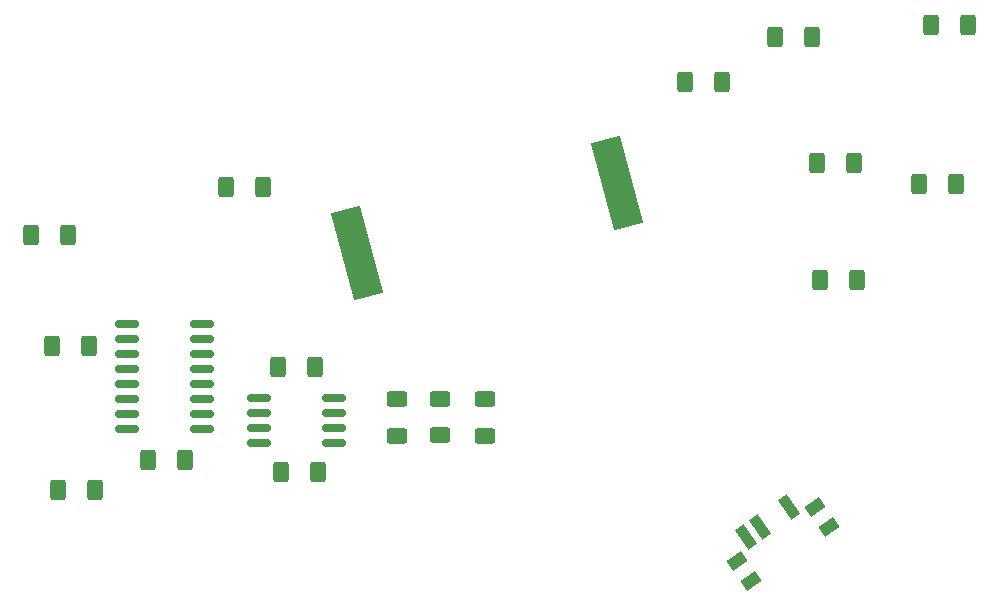
<source format=gbr>
%TF.GenerationSoftware,KiCad,Pcbnew,(6.0.4)*%
%TF.CreationDate,2022-06-03T16:22:06-07:00*%
%TF.ProjectId,Foxy_Pride,466f7879-5f50-4726-9964-652e6b696361,rev?*%
%TF.SameCoordinates,Original*%
%TF.FileFunction,Paste,Bot*%
%TF.FilePolarity,Positive*%
%FSLAX46Y46*%
G04 Gerber Fmt 4.6, Leading zero omitted, Abs format (unit mm)*
G04 Created by KiCad (PCBNEW (6.0.4)) date 2022-06-03 16:22:06*
%MOMM*%
%LPD*%
G01*
G04 APERTURE LIST*
G04 Aperture macros list*
%AMRoundRect*
0 Rectangle with rounded corners*
0 $1 Rounding radius*
0 $2 $3 $4 $5 $6 $7 $8 $9 X,Y pos of 4 corners*
0 Add a 4 corners polygon primitive as box body*
4,1,4,$2,$3,$4,$5,$6,$7,$8,$9,$2,$3,0*
0 Add four circle primitives for the rounded corners*
1,1,$1+$1,$2,$3*
1,1,$1+$1,$4,$5*
1,1,$1+$1,$6,$7*
1,1,$1+$1,$8,$9*
0 Add four rect primitives between the rounded corners*
20,1,$1+$1,$2,$3,$4,$5,0*
20,1,$1+$1,$4,$5,$6,$7,0*
20,1,$1+$1,$6,$7,$8,$9,0*
20,1,$1+$1,$8,$9,$2,$3,0*%
%AMRotRect*
0 Rectangle, with rotation*
0 The origin of the aperture is its center*
0 $1 length*
0 $2 width*
0 $3 Rotation angle, in degrees counterclockwise*
0 Add horizontal line*
21,1,$1,$2,0,0,$3*%
G04 Aperture macros list end*
%ADD10RoundRect,0.250000X0.400000X0.625000X-0.400000X0.625000X-0.400000X-0.625000X0.400000X-0.625000X0*%
%ADD11RoundRect,0.150000X-0.866000X-0.150000X0.866000X-0.150000X0.866000X0.150000X-0.866000X0.150000X0*%
%ADD12RotRect,1.500000X1.000000X215.000000*%
%ADD13RotRect,0.900000X2.000000X215.000000*%
%ADD14RoundRect,0.250000X0.625000X-0.400000X0.625000X0.400000X-0.625000X0.400000X-0.625000X-0.400000X0*%
%ADD15RotRect,2.540000X7.620000X195.000000*%
%ADD16RoundRect,0.250000X-0.400000X-0.625000X0.400000X-0.625000X0.400000X0.625000X-0.400000X0.625000X0*%
%ADD17RoundRect,0.250000X-0.625000X0.400000X-0.625000X-0.400000X0.625000X-0.400000X0.625000X0.400000X0*%
G04 APERTURE END LIST*
D10*
%TO.C,R2*%
X97054000Y-44450000D03*
X93954000Y-44450000D03*
%TD*%
%TO.C,R6*%
X100864000Y-65024000D03*
X97764000Y-65024000D03*
%TD*%
%TO.C,C4*%
X43968000Y-80264000D03*
X40868000Y-80264000D03*
%TD*%
%TO.C,R3*%
X109246000Y-56896000D03*
X106146000Y-56896000D03*
%TD*%
D11*
%TO.C,U2*%
X39061492Y-77639494D03*
X39061492Y-76369494D03*
X39061492Y-75099494D03*
X39061492Y-73829494D03*
X39061492Y-72559494D03*
X39061492Y-71289494D03*
X39061492Y-70019494D03*
X39061492Y-68749494D03*
X45411492Y-68749494D03*
X45411492Y-70019494D03*
X45411492Y-71289494D03*
X45411492Y-72559494D03*
X45411492Y-73829494D03*
X45411492Y-75099494D03*
X45411492Y-76369494D03*
X45411492Y-77639494D03*
%TD*%
D10*
%TO.C,R5*%
X89434000Y-48260000D03*
X86334000Y-48260000D03*
%TD*%
D12*
%TO.C,S1*%
X98459468Y-85917989D03*
X91906242Y-90506601D03*
X90713204Y-88802770D03*
X97312302Y-84279689D03*
D13*
X95133135Y-84218551D03*
X92634725Y-85967957D03*
X91446955Y-86799643D03*
%TD*%
D10*
%TO.C,R4*%
X100610000Y-55118000D03*
X97510000Y-55118000D03*
%TD*%
D14*
%TO.C,R12*%
X65557400Y-78181800D03*
X65557400Y-75081800D03*
%TD*%
D11*
%TO.C,U1*%
X50237492Y-78867000D03*
X50237492Y-77597000D03*
X50237492Y-76327000D03*
X50237492Y-75057000D03*
X56587492Y-75057000D03*
X56587492Y-76327000D03*
X56587492Y-77597000D03*
X56587492Y-78867000D03*
%TD*%
D10*
%TO.C,R7*%
X34062000Y-61214000D03*
X30962000Y-61214000D03*
%TD*%
%TO.C,C3*%
X54962500Y-72390000D03*
X51862500Y-72390000D03*
%TD*%
D14*
%TO.C,R11*%
X61899800Y-78232600D03*
X61899800Y-75132600D03*
%TD*%
D15*
%TO.C,BT1*%
X80571958Y-56802791D03*
X58548850Y-62703865D03*
%TD*%
D10*
%TO.C,C2*%
X55216500Y-81280000D03*
X52116500Y-81280000D03*
%TD*%
%TO.C,R9*%
X50572000Y-57150000D03*
X47472000Y-57150000D03*
%TD*%
%TO.C,R10*%
X36348000Y-82804000D03*
X33248000Y-82804000D03*
%TD*%
D16*
%TO.C,R8*%
X32740000Y-70612000D03*
X35840000Y-70612000D03*
%TD*%
D17*
%TO.C,C1*%
X69342000Y-75132000D03*
X69342000Y-78232000D03*
%TD*%
D10*
%TO.C,R1*%
X110262000Y-43434000D03*
X107162000Y-43434000D03*
%TD*%
M02*

</source>
